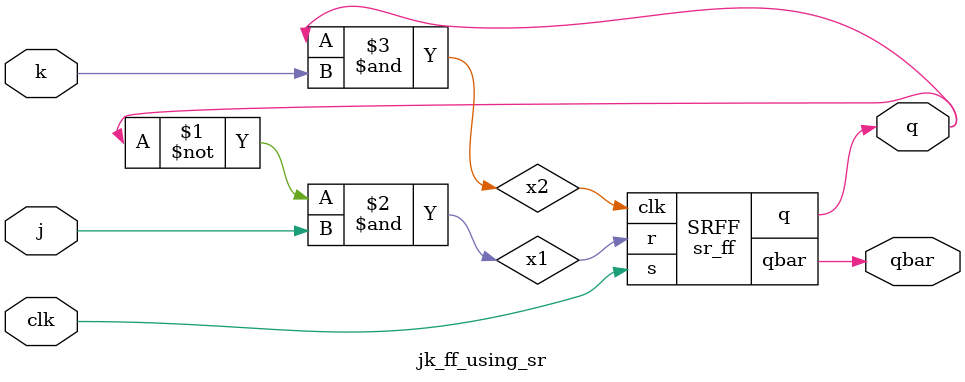
<source format=v>
`timescale 1ns / 1ps
module sr_ff(input s,r,clk,output reg q=0,output qbar);
always@(posedge clk)
begin
case({s,r})
2'b00:q<=q;
2'b01:q<=0;
2'b10:q<=1;
2'b11:q<=1'bx;
endcase
end
assign qbar=~q;
endmodule

module jk_ff_using_sr(
    input clk,
    input j,
    input k,
    output  q,
    output qbar
    );
    wire x1,x2;
    assign x1=(~q)&j;
    assign x2=q&k;
    sr_ff SRFF(clk,x1,x2,q,qbar);
endmodule

</source>
